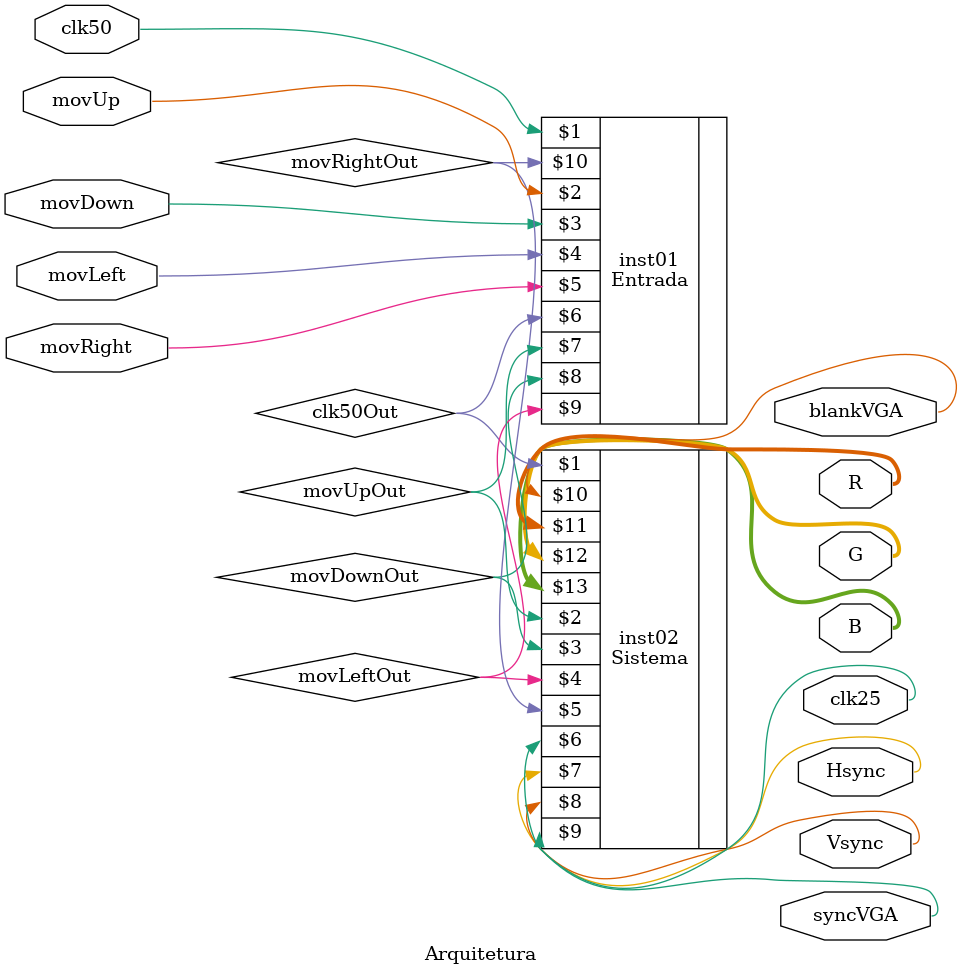
<source format=v>
module Arquitetura (
    input wire clk50,
    input wire movUp, movDown, movLeft, movRight,

    output wire clk25, Hsync, Vsync,
    output wire syncVGA,blankVGA,
    output wire[7:0] R,G,B
);
    

    wire clk50Out;
    wire movUpOut, movDownOut, movLeftOut, movRightOut;
    Entrada inst01(clk50, movUp, movDown, movLeft, movRight, clk50Out, movUpOut, movDownOut, movLeftOut, movRightOut);

    Sistema inst02(clk50Out, movUpOut, movDownOut, movLeftOut, movRightOut, clk25, Hsync, Vsync, syncVGA,blankVGA, R,G,B);
endmodule
</source>
